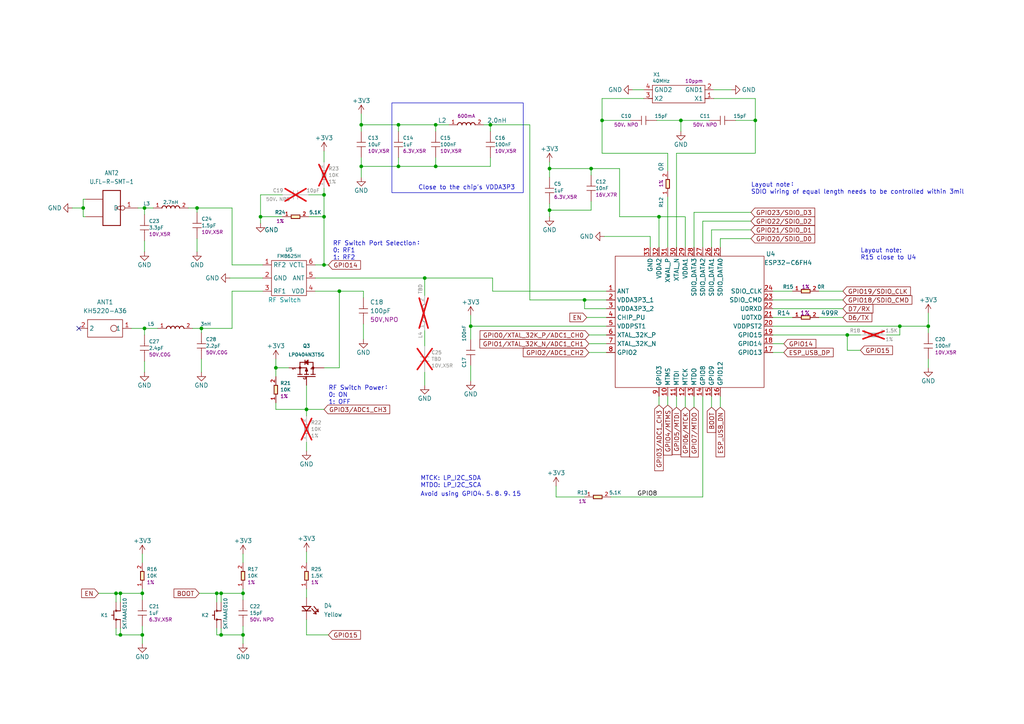
<source format=kicad_sch>
(kicad_sch (version 20231120) (generator "eeschema") (generator_version "8.0")
  (paper "A4")
  (lib_symbols
    (symbol "Ic/_1"
      (property "Reference" "U" (at -5.08 6.35 0))
      (property "Value" "FM8625H" (at -1.27 0 0))
      (symbol "Ic/_1_1_1"
        (text "RF Switch" (at -1.27 -6.35 0) (effects (font (size 1.27 1.27))))
        (pin passive line (at -7.62 3.81 0) (length 2.54) (name "RF2") (number "1"))
        (pin passive line (at -7.62 0 0) (length 2.54) (name "GND") (number "2"))
        (pin passive line (at -7.62 -3.81 0) (length 2.54) (name "RF1") (number "3"))
        (pin passive line (at 7.62 -3.81 180) (length 2.54) (name "VDD") (number "4"))
        (pin passive line (at 7.62 0 180) (length 2.54) (name "ANT") (number "5"))
        (pin passive line (at 7.62 3.81 180) (length 2.54) (name "VCTL") (number "6"))
      )
    )
    (symbol "P & G:+3V3" (power) (pin_names (offset 0))
      (property "Value" "+3V3" (at 0 3.556 0))
      (symbol "+3V3_1_1"
        (pin power_in line (at 0 0 90) (length 0) hide (name "+3V3") (number "1"))
      )
    )
    (symbol "P & G:GND" (power) (pin_names (offset 0))
      (property "Value" "GND" (at 0 -3.81 0))
      (symbol "GND_1_1"
        (pin power_in line (at 0 0 270) (length 0) hide (name "GND") (number "1"))
      )
    )
    (symbol "Seeed_libadl:Capacitors/302010053" (pin_numbers hide) (pin_names hide)
      (property "Reference" "C" (at 3.175 0 0))
      (property "Value" "10uF" (at 5.715 -1.905 0))
      (property "Voltage Rating" "6.3V,X5R" (at 0 0 0))
      (symbol "Capacitors/302010053_1_1"
        (pin passive line (at 0 3.81 270) (length 2.54) (name "1") (number "1"))
        (pin passive line (at 0 -3.81 90) (length 2.54) (name "2") (number "2"))
      )
    )
    (symbol "Seeed_libadl:Capacitors/302010270" (pin_numbers hide) (pin_names hide)
      (property "Reference" "C" (at 3.175 0 0))
      (property "Value" "1uF" (at 5.715 -1.905 0))
      (property "Voltage Rating" "6.3V,X5R" (at 0 0 0))
      (symbol "Capacitors/302010270_1_1"
        (pin passive line (at 0 3.81 270) (length 2.54) (name "1") (number "1"))
        (pin passive line (at 0 -3.81 90) (length 2.54) (name "2") (number "2"))
      )
    )
    (symbol "Seeed_libadl:Capacitors/302010271" (pin_numbers hide) (pin_names hide)
      (property "Reference" "C" (at 3.175 0 0))
      (property "Value" "100nF" (at 5.715 -1.905 0))
      (property "Voltage Rating" "10V,X5R" (at 0 0 0))
      (symbol "Capacitors/302010271_1_1"
        (pin passive line (at 0 3.81 270) (length 2.54) (name "1") (number "1"))
        (pin passive line (at 0 -3.81 90) (length 2.54) (name "2") (number "2"))
      )
    )
    (symbol "Seeed_libadl:Capacitors/302010367" (pin_numbers hide) (pin_names hide)
      (property "Reference" "C" (at 3.175 0 0))
      (property "Value" "10pF" (at 5.715 -1.905 0))
      (property "Voltage Rating" "50V，NPO" (at 0 0 0))
      (symbol "Capacitors/302010367_1_1"
        (pin passive line (at 0 3.81 270) (length 2.54) (name "1") (number "1"))
        (pin passive line (at 0 -3.81 90) (length 2.54) (name "2") (number "2"))
      )
    )
    (symbol "Seeed_libadl:Capacitors/302010420" (pin_numbers hide) (pin_names hide)
      (property "Reference" "C" (at 3.175 0 0))
      (property "Value" "100pF" (at 5.715 -1.905 0))
      (property "Voltage Rating" "50V,NPO" (at 0 0 0))
      (symbol "Capacitors/302010420_1_1"
        (pin passive line (at 0 3.81 270) (length 2.54) (name "1") (number "1"))
        (pin passive line (at 0 -3.81 90) (length 2.54) (name "2") (number "2"))
      )
    )
    (symbol "Seeed_libadl:Capacitors/302010431" (pin_numbers hide) (pin_names hide)
      (property "Reference" "C" (at 3.175 0 0))
      (property "Value" "10nF" (at 5.715 -1.905 0))
      (property "Voltage Rating" "16V,X7R" (at 0 0 0))
      (symbol "Capacitors/302010431_1_1"
        (pin passive line (at 0 3.81 270) (length 2.54) (name "1") (number "1"))
        (pin passive line (at 0 -3.81 90) (length 2.54) (name "2") (number "2"))
      )
    )
    (symbol "Seeed_libadl:Connector/320111077"
      (property "Reference" "ANT" (at -2.54 6.35 0))
      (property "Value" "U.FL-R-SMT-1" (at -2.54 5.08 0))
      (symbol "Connector/320111077_1_0"
        (pin passive inverted_clock (at -7.62 0 0) (length 5.08) (name "D") (number "1"))
        (pin passive line (at 7.62 2.54 180) (length 5.08) (name "GND1") (number "2"))
        (pin passive line (at 7.62 -2.54 180) (length 5.08) (name "GND2") (number "3"))
      )
    )
    (symbol "Seeed_libadl:Diode/304090746"
      (property "Reference" "D" (at -2.032 1.016 0))
      (property "Value" "Yellow" (at 1.397 0.889 0))
      (symbol "Diode/304090746_1_0"
        (pin passive line (at -2.54 0 0) (length 2.54) (name "+") (number "1"))
        (pin passive line (at 3.81 0 180) (length 2.54) (name "-") (number "2"))
      )
    )
    (symbol "Seeed_libadl:Ic/"
      (property "Reference" "U" (at -30.48 22.86 0))
      (property "Value" "ESP32-C6FH4" (at -22.86 20.32 0))
      (symbol "Ic/_1_0"
        (pin passive line (at -10.16 20.32 270) (length 2.54) (name "GND") (number "33"))
      )
      (symbol "Ic/_1_1"
        (pin passive line (at -22.86 7.62 0) (length 2.54) (name "ANT") (number "1"))
        (pin passive line (at -5.08 -22.86 90) (length 2.54) (name "MTMS") (number "10"))
        (pin passive line (at -2.54 -22.86 90) (length 2.54) (name "MTDI") (number "11"))
        (pin passive line (at 0 -22.86 90) (length 2.54) (name "MTCK") (number "12"))
        (pin passive line (at 2.54 -22.86 90) (length 2.54) (name "MTDO") (number "13"))
        (pin passive line (at 5.08 -22.86 90) (length 2.54) (name "GPIO8") (number "14"))
        (pin passive line (at 7.62 -22.86 90) (length 2.54) (name "GPIO9") (number "15"))
        (pin passive line (at 10.16 -22.86 90) (length 2.54) (name "GPIO12") (number "16"))
        (pin passive line (at 25.4 -10.16 180) (length 2.54) (name "GPIO13") (number "17"))
        (pin passive line (at 25.4 -7.62 180) (length 2.54) (name "GPIO14") (number "18"))
        (pin passive line (at 25.4 -5.08 180) (length 2.54) (name "GPIO15") (number "19"))
        (pin passive line (at -22.86 5.08 0) (length 2.54) (name "VDDA3P3_1") (number "2"))
        (pin passive line (at 25.4 -2.54 180) (length 2.54) (name "VDDPST2") (number "20"))
        (pin passive line (at 25.4 0 180) (length 2.54) (name "U0TXD") (number "21"))
        (pin passive line (at 25.4 2.54 180) (length 2.54) (name "U0RXD") (number "22"))
        (pin passive line (at 25.4 5.08 180) (length 2.54) (name "SDIO_CMD") (number "23"))
        (pin passive line (at 25.4 7.62 180) (length 2.54) (name "SDIO_CLK") (number "24"))
        (pin passive line (at 10.16 20.32 270) (length 2.54) (name "SDIO_DATA0") (number "25"))
        (pin passive line (at 7.62 20.32 270) (length 2.54) (name "SDIO_DATA1") (number "26"))
        (pin passive line (at 5.08 20.32 270) (length 2.54) (name "SDIO_DATA2") (number "27"))
        (pin passive line (at 2.54 20.32 270) (length 2.54) (name "SDIO_DATA3") (number "28"))
        (pin passive line (at 0 20.32 270) (length 2.54) (name "VDDA1") (number "29"))
        (pin passive line (at -22.86 2.54 0) (length 2.54) (name "VDDA3P3_2") (number "3"))
        (pin passive line (at -2.54 20.32 270) (length 2.54) (name "XTAL_N") (number "30"))
        (pin passive line (at -5.08 20.32 270) (length 2.54) (name "XWAL_P") (number "31"))
        (pin passive line (at -7.62 20.32 270) (length 2.54) (name "VDDA2") (number "32"))
        (pin passive line (at -22.86 0 0) (length 2.54) (name "CHIP_PU") (number "4"))
        (pin passive line (at -22.86 -2.54 0) (length 2.54) (name "VDDPST1") (number "5"))
        (pin passive line (at -22.86 -5.08 0) (length 2.54) (name "XTAL_32K_P") (number "6"))
        (pin passive line (at -22.86 -7.62 0) (length 2.54) (name "XTAL_32K_N") (number "7"))
        (pin passive line (at -22.86 -10.16 0) (length 2.54) (name "GPIO2") (number "8"))
        (pin passive line (at -7.62 -22.86 90) (length 2.54) (name "GPIO3") (number "9"))
      )
    )
    (symbol "Seeed_libadl:Inductor/303010824" (pin_names (offset 1.016))
      (property "Reference" "L" (at -3.175 1.27 0))
      (property "Value" "1.5nH" (at 0 1.27 0))
      (property "Rating" "600mA" (at 0 0 0))
      (symbol "Inductor/303010824_0_0"
        (pin passive line (at -5.08 0 0) (length 2.54) (name "~") (number "1"))
        (pin passive line (at 5.08 0 180) (length 2.54) (name "~") (number "2"))
      )
    )
    (symbol "Seeed_libadl:Misc/ANT2P-SMD"
      (property "Reference" "ANT" (at -6.858 5.588 0))
      (property "Value" "RFANT5220110A2T" (at 0 3.81 0))
      (symbol "Misc/ANT2P-SMD_1_1"
        (pin passive line (at -7.62 0 0) (length 2.54) (name "1") (number "1"))
        (pin passive line (at 7.62 0 180) (length 2.54) (name "2") (number "2"))
      )
    )
    (symbol "Seeed_libadl:Mosfet/305031466"
      (property "Reference" "Q" (at -2.54 2.54 0))
      (property "Value" "LP0404N3T5G" (at 0 2.54 0))
      (symbol "Mosfet/305031466_1_0"
        (text "D" (at -0.635 2.2225 0) (effects (font (size 0.8128 0.6908)) (justify left bottom)))
        (text "G" (at -3.4925 0 0) (effects (font (size 0.8128 0.6908)) (justify left bottom)))
        (text "S" (at -0.635 -3.175 0) (effects (font (size 0.8128 0.6908)) (justify left bottom)))
        (pin passive line (at -5.08 0 0) (length 2.54) (name "G") (number "1"))
        (pin passive line (at 0 -5.08 90) (length 2.54) (name "S") (number "2"))
        (pin passive line (at 0 5.08 270) (length 2.54) (name "D") (number "3"))
      )
    )
    (symbol "Seeed_libadl:OSC & XTAL/306011365"
      (property "Reference" "X" (at -7.62 2.54 0))
      (property "Value" "40MHz" (at -1.905 2.54 0))
      (property "Rating" "10ppm" (at 0 0 0))
      (symbol "OSC & XTAL/306011365_1_0"
        (pin passive line (at -10.16 1.27 0) (length 2.54) (name "X1") (number "1"))
        (pin passive line (at -10.16 -1.27 0) (length 2.54) (name "GND1") (number "2"))
        (pin passive line (at 10.16 1.27 180) (length 2.54) (name "X2") (number "3"))
        (pin passive line (at 10.16 -1.27 180) (length 2.54) (name "GND2") (number "4"))
      )
    )
    (symbol "Seeed_libadl:Resistors/301010523" (pin_names (offset 1.016))
      (property "Reference" "R" (at -1.905 0.635 0))
      (property "Value" "1K" (at 0.635 0.635 0))
      (property "Power Rating" "1%" (at 0 0 0))
      (symbol "Resistors/301010523_0_0"
        (pin passive line (at -3.81 0 0) (length 2.54) (name "~") (number "1"))
        (pin passive line (at 3.81 0 180) (length 2.54) (name "~") (number "2"))
      )
    )
    (symbol "Seeed_libadl:Resistors/301010525" (pin_names (offset 1.016))
      (property "Reference" "R" (at -1.905 0.635 0))
      (property "Value" "0R" (at 0.635 0.635 0))
      (property "Power Rating" "1%" (at 0 0 0))
      (symbol "Resistors/301010525_0_0"
        (pin passive line (at -3.81 0 0) (length 2.54) (name "~") (number "1"))
        (pin passive line (at 3.81 0 180) (length 2.54) (name "~") (number "2"))
      )
    )
    (symbol "Seeed_libadl:Resistors/301010526" (pin_names (offset 1.016))
      (property "Reference" "R" (at -1.905 0.635 0))
      (property "Value" "10K" (at 0.635 0.635 0))
      (property "Power Rating" "1%" (at 0 0 0))
      (symbol "Resistors/301010526_0_0"
        (pin passive line (at -3.81 0 0) (length 2.54) (name "~") (number "1"))
        (pin passive line (at 3.81 0 180) (length 2.54) (name "~") (number "2"))
      )
    )
    (symbol "Seeed_libadl:Resistors/301010885" (pin_names (offset 1.016))
      (property "Reference" "R" (at -1.905 0.635 0))
      (property "Value" "5.1K" (at 0.635 0.635 0))
      (property "Power Rating" "1%" (at 0 0 0))
      (symbol "Resistors/301010885_0_0"
        (pin passive line (at -3.81 0 0) (length 2.54) (name "~") (number "1"))
        (pin passive line (at 3.81 0 180) (length 2.54) (name "~") (number "2"))
      )
    )
    (symbol "Seeed_libadl:Switch/311021459"
      (property "Reference" "K" (at -2.54 1.27 0))
      (property "Value" "SKTAAAE010" (at 0 1.27 0))
      (symbol "Switch/311021459_1_0"
        (pin passive line (at -3.81 0 0) (length 2.54) (name "A0") (number "1"))
        (pin passive line (at -3.81 -1.27 0) (length 2.54) (name "A1") (number "2"))
        (pin passive line (at 3.81 0 180) (length 2.54) (name "B0") (number "3"))
        (pin passive line (at 3.81 -1.27 180) (length 2.54) (name "B1") (number "4"))
      )
    )
  )
  (junction (at 41.91 95.25))
  (junction (at 88.9 118.745))
  (junction (at 126.365 48.26))
  (junction (at 33.655 172.085))
  (junction (at 245.745 97.155))
  (junction (at 98.425 84.455))
  (junction (at 70.485 184.15))
  (junction (at 104.775 36.195))
  (junction (at 115.57 36.195))
  (junction (at 197.485 34.925))
  (junction (at 126.365 36.195))
  (junction (at 62.865 172.085))
  (junction (at 159.385 60.96))
  (junction (at 123.19 80.645))
  (junction (at 104.775 48.26))
  (junction (at 191.135 62.865))
  (junction (at 57.15 60.325))
  (junction (at 269.24 94.615))
  (junction (at 75.565 62.865))
  (junction (at 58.42 95.25))
  (junction (at 41.275 184.15))
  (junction (at 93.98 56.515))
  (junction (at 64.135 184.15))
  (junction (at 219.075 34.925))
  (junction (at 159.385 48.895))
  (junction (at 41.275 172.085))
  (junction (at 64.135 172.085))
  (junction (at 174.625 34.925))
  (junction (at 93.98 62.865))
  (junction (at 93.98 76.835))
  (junction (at 136.525 94.615))
  (junction (at 80.01 106.68))
  (junction (at 169.545 86.995))
  (junction (at 115.57 48.26))
  (junction (at 34.925 172.085))
  (junction (at 260.985 94.615))
  (junction (at 24.13 60.325))
  (junction (at 41.91 60.325))
  (junction (at 171.45 48.895))
  (junction (at 142.24 36.195))
  (junction (at 34.925 184.15))
  (junction (at 70.485 172.085))
  (no_connect (at 22.86 95.25))
  (wire (pts (xy 33.655 172.085) (xy 34.925 172.085)))
  (wire (pts (xy 201.295 61.595) (xy 201.295 71.755)))
  (wire (pts (xy 88.9 128.27) (xy 88.9 130.81)))
  (wire (pts (xy 115.57 36.195) (xy 115.57 38.1)))
  (wire (pts (xy 245.745 101.6) (xy 245.745 97.155)))
  (wire (pts (xy 34.925 182.245) (xy 34.925 184.15)))
  (wire (pts (xy 88.9 160.02) (xy 88.9 163.195)))
  (wire (pts (xy 24.13 62.865) (xy 24.13 60.325)))
  (wire (pts (xy 67.31 76.835) (xy 67.31 60.325)))
  (wire (pts (xy 237.49 92.075) (xy 244.475 92.075)))
  (wire (pts (xy 179.705 48.895) (xy 171.45 48.895)))
  (wire (pts (xy 136.525 91.44) (xy 136.525 94.615)))
  (wire (pts (xy 58.42 104.14) (xy 58.42 107.95)))
  (wire (pts (xy 33.655 182.245) (xy 33.655 184.15)))
  (wire (pts (xy 193.675 44.45) (xy 193.675 49.53)))
  (wire (pts (xy 93.98 106.68) (xy 98.425 106.68)))
  (wire (pts (xy 64.135 172.085) (xy 64.135 174.625)))
  (wire (pts (xy 80.01 106.68) (xy 83.82 106.68)))
  (wire (pts (xy 177.165 144.145) (xy 203.835 144.145)))
  (wire (pts (xy 169.545 89.535) (xy 169.545 86.995)))
  (wire (pts (xy 34.925 184.15) (xy 41.275 184.15)))
  (wire (pts (xy 174.625 34.925) (xy 174.625 44.45)))
  (wire (pts (xy 93.98 56.515) (xy 93.98 62.865)))
  (wire (pts (xy 206.375 114.935) (xy 206.375 118.11)))
  (wire (pts (xy 175.895 89.535) (xy 169.545 89.535)))
  (wire (pts (xy 80.01 106.68) (xy 80.01 109.22)))
  (wire (pts (xy 174.625 28.575) (xy 174.625 34.925)))
  (wire (pts (xy 224.155 102.235) (xy 227.33 102.235)))
  (wire (pts (xy 186.69 28.575) (xy 174.625 28.575)))
  (wire (pts (xy 224.155 92.075) (xy 229.87 92.075)))
  (wire (pts (xy 91.44 84.455) (xy 98.425 84.455)))
  (wire (pts (xy 123.19 80.645) (xy 123.19 85.725)))
  (wire (pts (xy 170.815 97.155) (xy 175.895 97.155)))
  (wire (pts (xy 213.36 34.925) (xy 219.075 34.925)))
  (wire (pts (xy 41.91 95.25) (xy 41.91 97.155)))
  (wire (pts (xy 70.485 170.815) (xy 70.485 172.085)))
  (wire (pts (xy 140.335 36.195) (xy 142.24 36.195)))
  (wire (pts (xy 24.13 60.325) (xy 24.13 57.785)))
  (wire (pts (xy 123.19 95.885) (xy 123.19 100.33)))
  (wire (pts (xy 38.1 95.25) (xy 41.91 95.25)))
  (wire (pts (xy 197.485 34.925) (xy 197.485 38.1)))
  (wire (pts (xy 198.755 62.865) (xy 191.135 62.865)))
  (wire (pts (xy 88.9 184.15) (xy 95.25 184.15)))
  (wire (pts (xy 175.895 84.455) (xy 142.875 84.455)))
  (wire (pts (xy 70.485 172.085) (xy 70.485 173.99)))
  (wire (pts (xy 70.485 160.655) (xy 70.485 163.195)))
  (wire (pts (xy 136.525 94.615) (xy 136.525 98.425)))
  (wire (pts (xy 105.41 93.98) (xy 105.41 98.425)))
  (wire (pts (xy 224.155 84.455) (xy 229.87 84.455)))
  (wire (pts (xy 33.655 174.625) (xy 33.655 172.085)))
  (wire (pts (xy 237.49 84.455) (xy 244.475 84.455)))
  (wire (pts (xy 123.19 107.95) (xy 123.19 111.76)))
  (wire (pts (xy 115.57 48.26) (xy 126.365 48.26)))
  (wire (pts (xy 67.31 60.325) (xy 57.15 60.325)))
  (wire (pts (xy 58.42 95.25) (xy 58.42 96.52)))
  (wire (pts (xy 171.45 48.895) (xy 171.45 50.8)))
  (wire (pts (xy 80.01 116.84) (xy 80.01 118.745)))
  (wire (pts (xy 136.525 106.045) (xy 136.525 110.49)))
  (wire (pts (xy 174.625 34.925) (xy 182.88 34.925)))
  (wire (pts (xy 198.755 71.755) (xy 198.755 62.865)))
  (wire (pts (xy 80.01 118.745) (xy 88.9 118.745)))
  (wire (pts (xy 115.57 45.72) (xy 115.57 48.26)))
  (wire (pts (xy 93.98 54.61) (xy 93.98 56.515)))
  (wire (pts (xy 105.41 84.455) (xy 98.425 84.455)))
  (wire (pts (xy 171.45 48.895) (xy 159.385 48.895)))
  (wire (pts (xy 208.915 114.935) (xy 208.915 118.11)))
  (wire (pts (xy 219.075 28.575) (xy 219.075 34.925)))
  (wire (pts (xy 41.275 184.15) (xy 41.275 186.69)))
  (wire (pts (xy 201.295 114.935) (xy 201.295 118.11)))
  (wire (pts (xy 175.26 68.58) (xy 188.595 68.58)))
  (wire (pts (xy 203.835 64.135) (xy 217.805 64.135)))
  (wire (pts (xy 104.775 45.72) (xy 104.775 48.26)))
  (wire (pts (xy 57.785 172.085) (xy 62.865 172.085)))
  (wire (pts (xy 153.67 86.995) (xy 169.545 86.995)))
  (wire (pts (xy 81.915 56.515) (xy 75.565 56.515)))
  (wire (pts (xy 41.275 170.815) (xy 41.275 172.085)))
  (wire (pts (xy 269.24 90.805) (xy 269.24 94.615)))
  (wire (pts (xy 217.805 66.675) (xy 206.375 66.675)))
  (wire (pts (xy 89.535 62.865) (xy 93.98 62.865)))
  (wire (pts (xy 93.98 43.815) (xy 93.98 46.99)))
  (wire (pts (xy 70.485 181.61) (xy 70.485 184.15)))
  (wire (pts (xy 80.01 104.14) (xy 80.01 106.68)))
  (wire (pts (xy 260.985 97.155) (xy 260.985 94.615)))
  (wire (pts (xy 224.155 99.695) (xy 227.33 99.695)))
  (wire (pts (xy 193.675 57.15) (xy 193.675 71.755)))
  (wire (pts (xy 62.865 174.625) (xy 62.865 172.085)))
  (wire (pts (xy 41.91 60.325) (xy 44.45 60.325)))
  (wire (pts (xy 91.44 76.835) (xy 93.98 76.835)))
  (wire (pts (xy 88.9 179.705) (xy 88.9 184.15)))
  (wire (pts (xy 136.525 94.615) (xy 175.895 94.615)))
  (wire (pts (xy 55.88 95.25) (xy 58.42 95.25)))
  (wire (pts (xy 224.155 86.995) (xy 244.475 86.995)))
  (wire (pts (xy 126.365 36.195) (xy 130.175 36.195)))
  (wire (pts (xy 183.515 26.035) (xy 186.69 26.035)))
  (wire (pts (xy 41.275 181.61) (xy 41.275 184.15)))
  (wire (pts (xy 75.565 56.515) (xy 75.565 62.865)))
  (wire (pts (xy 34.925 184.15) (xy 33.655 184.15)))
  (wire (pts (xy 224.155 97.155) (xy 245.745 97.155)))
  (wire (pts (xy 159.385 59.055) (xy 159.385 60.96)))
  (wire (pts (xy 104.775 33.02) (xy 104.775 36.195)))
  (wire (pts (xy 88.9 118.745) (xy 88.9 120.65)))
  (wire (pts (xy 161.29 140.97) (xy 161.29 144.145)))
  (wire (pts (xy 206.375 66.675) (xy 206.375 71.755)))
  (wire (pts (xy 159.385 60.96) (xy 159.385 62.865)))
  (wire (pts (xy 123.19 80.645) (xy 142.875 80.645)))
  (wire (pts (xy 41.91 95.25) (xy 45.72 95.25)))
  (wire (pts (xy 224.155 94.615) (xy 260.985 94.615)))
  (wire (pts (xy 269.24 94.615) (xy 269.24 96.52)))
  (wire (pts (xy 171.45 60.96) (xy 159.385 60.96)))
  (wire (pts (xy 54.61 60.325) (xy 57.15 60.325)))
  (wire (pts (xy 81.915 62.865) (xy 75.565 62.865)))
  (wire (pts (xy 179.705 62.865) (xy 179.705 48.895)))
  (wire (pts (xy 191.135 62.865) (xy 179.705 62.865)))
  (wire (pts (xy 224.155 89.535) (xy 244.475 89.535)))
  (wire (pts (xy 142.24 36.195) (xy 142.24 38.1)))
  (wire (pts (xy 208.915 69.215) (xy 208.915 71.755)))
  (wire (pts (xy 24.13 57.785) (xy 24.765 57.785)))
  (wire (pts (xy 196.215 114.935) (xy 196.215 118.11)))
  (wire (pts (xy 249.555 101.6) (xy 245.745 101.6)))
  (wire (pts (xy 75.565 62.865) (xy 75.565 64.77)))
  (wire (pts (xy 159.385 46.99) (xy 159.385 48.895)))
  (wire (pts (xy 190.5 34.925) (xy 197.485 34.925)))
  (wire (pts (xy 62.865 182.245) (xy 62.865 184.15)))
  (wire (pts (xy 170.815 102.235) (xy 175.895 102.235)))
  (wire (pts (xy 34.925 172.085) (xy 41.275 172.085)))
  (wire (pts (xy 41.275 160.655) (xy 41.275 163.195)))
  (wire (pts (xy 196.215 44.45) (xy 196.215 71.755)))
  (wire (pts (xy 64.135 172.085) (xy 70.485 172.085)))
  (wire (pts (xy 104.775 48.26) (xy 115.57 48.26)))
  (wire (pts (xy 98.425 84.455) (xy 98.425 106.68)))
  (wire (pts (xy 66.675 80.645) (xy 76.2 80.645)))
  (wire (pts (xy 219.075 34.925) (xy 219.075 44.45)))
  (wire (pts (xy 142.875 84.455) (xy 142.875 80.645)))
  (wire (pts (xy 104.775 36.195) (xy 115.57 36.195)))
  (wire (pts (xy 207.01 28.575) (xy 219.075 28.575)))
  (wire (pts (xy 105.41 84.455) (xy 105.41 86.36)))
  (wire (pts (xy 126.365 45.72) (xy 126.365 48.26)))
  (wire (pts (xy 257.175 97.155) (xy 260.985 97.155)))
  (wire (pts (xy 20.955 60.325) (xy 24.13 60.325)))
  (wire (pts (xy 64.135 182.245) (xy 64.135 184.15)))
  (wire (pts (xy 171.45 58.42) (xy 171.45 60.96)))
  (wire (pts (xy 64.135 184.15) (xy 62.865 184.15)))
  (wire (pts (xy 142.24 45.72) (xy 142.24 48.26)))
  (wire (pts (xy 67.31 84.455) (xy 76.2 84.455)))
  (wire (pts (xy 62.865 172.085) (xy 64.135 172.085)))
  (wire (pts (xy 70.485 184.15) (xy 70.485 186.69)))
  (wire (pts (xy 207.01 26.035) (xy 212.09 26.035)))
  (wire (pts (xy 159.385 48.895) (xy 159.385 51.435)))
  (wire (pts (xy 57.15 69.215) (xy 57.15 73.025)))
  (wire (pts (xy 88.9 170.815) (xy 88.9 173.355)))
  (wire (pts (xy 40.005 60.325) (xy 41.91 60.325)))
  (wire (pts (xy 104.775 36.195) (xy 104.775 38.1)))
  (wire (pts (xy 115.57 36.195) (xy 126.365 36.195)))
  (wire (pts (xy 57.15 60.325) (xy 57.15 61.595)))
  (wire (pts (xy 169.545 86.995) (xy 175.895 86.995)))
  (wire (pts (xy 191.135 62.865) (xy 191.135 71.755)))
  (wire (pts (xy 197.485 34.925) (xy 205.74 34.925)))
  (wire (pts (xy 28.575 172.085) (xy 33.655 172.085)))
  (wire (pts (xy 67.31 84.455) (xy 67.31 95.25)))
  (wire (pts (xy 170.18 92.075) (xy 175.895 92.075)))
  (wire (pts (xy 64.135 184.15) (xy 70.485 184.15)))
  (wire (pts (xy 245.745 97.155) (xy 249.555 97.155)))
  (wire (pts (xy 219.075 44.45) (xy 196.215 44.45)))
  (wire (pts (xy 88.9 118.745) (xy 93.98 118.745)))
  (wire (pts (xy 104.775 48.26) (xy 104.775 51.435)))
  (wire (pts (xy 41.91 69.85) (xy 41.91 73.025)))
  (wire (pts (xy 126.365 36.195) (xy 126.365 38.1)))
  (wire (pts (xy 93.98 76.835) (xy 95.25 76.835)))
  (wire (pts (xy 193.675 114.935) (xy 193.675 117.475)))
  (wire (pts (xy 170.815 99.695) (xy 175.895 99.695)))
  (wire (pts (xy 153.67 36.195) (xy 153.67 86.995)))
  (wire (pts (xy 260.985 94.615) (xy 269.24 94.615)))
  (wire (pts (xy 67.31 95.25) (xy 58.42 95.25)))
  (wire (pts (xy 142.24 36.195) (xy 153.67 36.195)))
  (wire (pts (xy 174.625 44.45) (xy 193.675 44.45)))
  (wire (pts (xy 217.805 61.595) (xy 201.295 61.595)))
  (wire (pts (xy 142.24 48.26) (xy 126.365 48.26)))
  (wire (pts (xy 41.91 104.775) (xy 41.91 107.95)))
  (wire (pts (xy 34.925 172.085) (xy 34.925 174.625)))
  (wire (pts (xy 161.29 144.145) (xy 169.545 144.145)))
  (wire (pts (xy 88.9 118.745) (xy 88.9 111.76)))
  (wire (pts (xy 93.98 62.865) (xy 93.98 76.835)))
  (wire (pts (xy 203.835 71.755) (xy 203.835 64.135)))
  (wire (pts (xy 203.835 144.145) (xy 203.835 114.935)))
  (wire (pts (xy 89.535 56.515) (xy 93.98 56.515)))
  (wire (pts (xy 191.135 114.935) (xy 191.135 117.475)))
  (wire (pts (xy 76.2 76.835) (xy 67.31 76.835)))
  (wire (pts (xy 91.44 80.645) (xy 123.19 80.645)))
  (wire (pts (xy 24.765 62.865) (xy 24.13 62.865)))
  (wire (pts (xy 217.805 69.215) (xy 208.915 69.215)))
  (wire (pts (xy 41.91 60.325) (xy 41.91 62.23)))
  (wire (pts (xy 188.595 68.58) (xy 188.595 71.755)))
  (wire (pts (xy 269.24 104.14) (xy 269.24 106.68)))
  (wire (pts (xy 198.755 114.935) (xy 198.755 118.11)))
  (wire (pts (xy 41.275 172.085) (xy 41.275 173.99)))
  (rectangle (start 113.665 29.845) (end 151.765 55.88))
  (text "Avoid using GPIO4、5、8、9、15" (at 121.92 144.145 0) (effects (font (size 1.27 1.27)) (justify left bottom)))
  (text "RF Switch Power：\n0: ON\n1: OFF" (at 95.25 117.475 0) (effects (font (size 1.27 1.27)) (justify left bottom)))
  (text "Layout note:\nR15 close to U4" (at 249.555 75.565 0) (effects (font (size 1.27 1.27)) (justify left bottom)))
  (text "Close to the chip's VDDA3P3" (at 121.285 55.245 0) (effects (font (size 1.27 1.27)) (justify left bottom)))
  (text "Layout note：\nSDIO wiring of equal length needs to be controlled within 3mil" (at 217.805 56.515 0) (effects (font (size 1.27 1.27)) (justify left bottom)))
  (text "RF Switch Port Selection：\n0: RF1\n1: RF2" (at 96.52 75.565 0) (effects (font (size 1.27 1.27)) (justify left bottom)))
  (text "MTCK: LP_I2C_SDA\nMTDO: LP_I2C_SCA" (at 121.92 141.605 0) (effects (font (size 1.27 1.27)) (justify left bottom)))
  (label "GPIO8" (at 184.785 144.145 0))
  (global_label "GPIO23{slash}SDIO_D3" (shape input) (at 217.805 61.595 0) (property "Intersheetrefs" "${INTERSHEET_REFS}" (effects (hide yes))))
  (global_label "BOOT" (shape input) (at 206.375 118.11 270) (property "Intersheetrefs" "${INTERSHEET_REFS}" (effects (hide yes))))
  (global_label "BOOT" (shape input) (at 57.785 172.085 180) (property "Intersheetrefs" "${INTERSHEET_REFS}" (effects (hide yes))))
  (global_label "GPIO3{slash}ADC1_CH3" (shape input) (at 93.98 118.745 0) (property "Intersheetrefs" "${INTERSHEET_REFS}" (effects (hide yes))))
  (global_label "D7{slash}RX" (shape input) (at 244.475 89.535 0) (property "Intersheetrefs" "${INTERSHEET_REFS}" (effects (hide yes))))
  (global_label "GPIO3{slash}ADC1_CH3" (shape input) (at 191.135 117.475 270) (property "Intersheetrefs" "${INTERSHEET_REFS}" (effects (hide yes))))
  (global_label "GPIO4{slash}MTMS" (shape input) (at 193.675 117.475 270) (property "Intersheetrefs" "${INTERSHEET_REFS}" (effects (hide yes))))
  (global_label "GPIO0{slash}XTAL_32K_P{slash}ADC1_CH0" (shape input) (at 170.815 97.155 180) (property "Intersheetrefs" "${INTERSHEET_REFS}" (effects (hide yes))))
  (global_label "ESP_USB_DP" (shape input) (at 227.33 102.235 0) (property "Intersheetrefs" "${INTERSHEET_REFS}" (effects (hide yes))))
  (global_label "GPIO14" (shape input) (at 95.25 76.835 0) (property "Intersheetrefs" "${INTERSHEET_REFS}" (effects (hide yes))))
  (global_label "D6{slash}TX" (shape input) (at 244.475 92.075 0) (property "Intersheetrefs" "${INTERSHEET_REFS}" (effects (hide yes))))
  (global_label "EN" (shape input) (at 170.18 92.075 180) (property "Intersheetrefs" "${INTERSHEET_REFS}" (effects (hide yes))))
  (global_label "GPIO7{slash}MTDO" (shape input) (at 201.295 118.11 270) (property "Intersheetrefs" "${INTERSHEET_REFS}" (effects (hide yes))))
  (global_label "GPIO18{slash}SDIO_CMD" (shape input) (at 244.475 86.995 0) (property "Intersheetrefs" "${INTERSHEET_REFS}" (effects (hide yes))))
  (global_label "GPIO1{slash}XTAL_32K_N{slash}ADC1_CH1" (shape input) (at 170.815 99.695 180) (property "Intersheetrefs" "${INTERSHEET_REFS}" (effects (hide yes))))
  (global_label "GPIO22{slash}SDIO_D2" (shape input) (at 217.805 64.135 0) (property "Intersheetrefs" "${INTERSHEET_REFS}" (effects (hide yes))))
  (global_label "GPIO5{slash}MTDI" (shape input) (at 196.215 118.11 270) (property "Intersheetrefs" "${INTERSHEET_REFS}" (effects (hide yes))))
  (global_label "GPIO15" (shape input) (at 95.25 184.15 0) (property "Intersheetrefs" "${INTERSHEET_REFS}" (effects (hide yes))))
  (global_label "ESP_USB_DN" (shape input) (at 208.915 118.11 270) (property "Intersheetrefs" "${INTERSHEET_REFS}" (effects (hide yes))))
  (global_label "GPIO14" (shape input) (at 227.33 99.695 0) (property "Intersheetrefs" "${INTERSHEET_REFS}" (effects (hide yes))))
  (global_label "EN" (shape input) (at 28.575 172.085 180) (property "Intersheetrefs" "${INTERSHEET_REFS}" (effects (hide yes))))
  (global_label "GPIO21{slash}SDIO_D1" (shape input) (at 217.805 66.675 0) (property "Intersheetrefs" "${INTERSHEET_REFS}" (effects (hide yes))))
  (global_label "GPIO2{slash}ADC1_CH2" (shape input) (at 170.815 102.235 180) (property "Intersheetrefs" "${INTERSHEET_REFS}" (effects (hide yes))))
  (global_label "GPIO20{slash}SDIO_D0" (shape input) (at 217.805 69.215 0) (property "Intersheetrefs" "${INTERSHEET_REFS}" (effects (hide yes))))
  (global_label "GPIO19{slash}SDIO_CLK" (shape input) (at 244.475 84.455 0) (property "Intersheetrefs" "${INTERSHEET_REFS}" (effects (hide yes))))
  (global_label "GPIO6{slash}MTCK" (shape input) (at 198.755 118.11 270) (property "Intersheetrefs" "${INTERSHEET_REFS}" (effects (hide yes))))
  (global_label "GPIO15" (shape input) (at 249.555 101.6 0) (property "Intersheetrefs" "${INTERSHEET_REFS}" (effects (hide yes))))
  (symbol (lib_id "Seeed_libadl:Resistors/301010523") (at 253.365 97.155 0) (unit 1) (dnp yes)
    (property "Reference" "R18" (at 249.555 95.885 0) (effects (font (size 1 1)) (justify right)))
    (property "Value" "1.5K" (at 260.35 95.885 0) (effects (font (size 1 1)) (justify right)))
    (property "Footprint" "Resistor:R0201" (effects (hide yes)))
    (property "Manufacturer" "YAGEO" (effects (hide yes)))
    (property "MPN" "RC0201FR-071K5L" (effects (hide yes)))
    (property "SKU" "301010522" (effects (hide yes)))
    (property "Resistance" "1K" (effects (hide yes)))
    (property "Part Type" "RES" (effects (hide yes)))
    (property "Power Rating" "1%" (at 259.08 98.425 0) (effects (font (size 1 1)) (justify right)))
    (property "Status" "ST" (effects (hide yes)))
    (property "Temperature" "-55°C to 125°C" (effects (hide yes)))
  )
  (symbol (lib_id "P & G:GND") (at 88.9 130.81 0) (unit 1)
    (property "Reference" "#PWR021" (effects (hide yes)))
    (property "Value" "GND" (at 88.9 134.62 0))
    (instances (project "XIAO_CV1812C_Rev1.0" (path "" (reference "#PWR021") (unit 1)) (path "" (reference "#PWR059") (unit 1))) (project "XIAO ESP32 C6" (path "" (reference "#PWR049") (unit 1))))
  )
  (symbol (lib_id "Seeed_libadl:Capacitors/302010053") (at 104.775 41.91 0) (unit 1)
    (property "Reference" "C13" (at 106.68 40.0051 0) (effects (font (size 1 1)) (justify left)))
    (property "Value" "10uF" (at 106.68 41.91 0) (effects (font (size 1 1)) (justify left)))
    (property "Footprint" "Capacitor:C0402" (effects (hide yes)))
    (property "Manufacturer" "YAGEO" (effects (hide yes)))
    (property "MPN" "CC0402MRX5R6BB106" (effects (hide yes)))
    (property "SKU" "302010519" (effects (hide yes)))
    (property "Part Type" "Ceramic" (effects (hide yes)))
    (property "Voltage Rating" "10V,X5R" (at 106.68 43.8151 0) (effects (font (size 1 1)) (justify left)))
    (property "Status" "ST" (effects (hide yes)))
    (property "Temperature" "-55°C to 85°C" (effects (hide yes)))
  )
  (symbol (lib_id "P & G:+3V3") (at 161.29 140.97 0) (unit 1)
    (property "Reference" "#PWR08" (effects (hide yes)))
    (property "Value" "+3V3" (at 161.29 137.16 0))
    (instances (project "XIAO_CV1812C_Rev1.0" (path "" (reference "#PWR08") (unit 1)) (path "" (reference "#PWR013") (unit 1)) (path "" (reference "#PWR08") (unit 1)) (path "" (reference "#PWR066") (unit 1))) (project "XIAO ESP32 C6" (path "" (reference "#PWR028") (unit 1))))
  )
  (symbol (lib_id "Seeed_libadl:Inductor/303010824") (at 123.19 90.805 90) (unit 1) (dnp yes)
    (property "Reference" "L4" (at 121.92 97.155 0) (effects (font (size 1 1))))
    (property "Value" "TBD" (at 121.92 83.82 0) (effects (font (size 1 1))))
    (property "Footprint" "Inductor:L0201" (effects (hide yes)))
    (property "Manufacturer" "Murata" (effects (hide yes)))
    (property "Part Type" "L" (effects (hide yes)))
    (property "Status" "Tracker" (effects (hide yes)))
    (property "Temperature" "-55°C to 125°C" (effects (hide yes)))
  )
  (symbol (lib_id "Seeed_libadl:Diode/304090746") (at 88.9 175.895 270) (unit 1)
    (property "Reference" "D4" (at 93.98 175.7044 90) (effects (font (size 1.27 1.0795)) (justify left)))
    (property "Value" "Yellow" (at 93.98 178.2444 90) (effects (font (size 1.27 1.0795)) (justify left)))
    (property "Footprint" "Diode:LED-0402" (effects (hide yes)))
    (property "Manufacturer" "Everlight" (effects (hide yes)))
    (property "MPN" "16-213/Y2C-AN2Q1B/3T" (effects (hide yes)))
    (property "SKU" "304090746" (effects (hide yes)))
    (property "Part Type" "LED" (effects (hide yes)))
    (property "Status" "ST_AI_CAMERA" (effects (hide yes)))
  )
  (symbol (lib_id "P & G:GND") (at 41.91 73.025 0) (unit 1)
    (property "Reference" "#PWR021" (effects (hide yes)))
    (property "Value" "GND" (at 41.91 76.835 0))
    (instances (project "XIAO_CV1812C_Rev1.0" (path "" (reference "#PWR021") (unit 1)) (path "" (reference "#PWR059") (unit 1))) (project "XIAO ESP32 C6" (path "" (reference "#PWR040") (unit 1))))
  )
  (symbol (lib_id "P & G:+3V3") (at 88.9 160.02 0) (unit 1)
    (property "Reference" "#PWR08" (effects (hide yes)))
    (property "Value" "+3V3" (at 88.9 156.21 0))
    (instances (project "XIAO_CV1812C_Rev1.0" (path "" (reference "#PWR08") (unit 1)) (path "" (reference "#PWR013") (unit 1)) (path "" (reference "#PWR08") (unit 1)) (path "" (reference "#PWR066") (unit 1))) (project "XIAO ESP32 C6" (path "" (reference "#PWR046") (unit 1))))
  )
  (symbol (lib_id "Seeed_libadl:Inductor/303010824") (at 135.255 36.195 0) (unit 1)
    (property "Reference" "L2" (at 128.27 34.925 0))
    (property "Value" "2.0nH" (at 144.145 34.925 0))
    (property "Footprint" "Inductor:L0201" (effects (hide yes)))
    (property "Manufacturer" "Murata" (effects (hide yes)))
    (property "MPN" "LQP03HQ2N0B02D" (effects (hide yes)))
    (property "SKU" "303011753" (effects (hide yes)))
    (property "Part Type" "L" (effects (hide yes)))
    (property "Rating" "600mA" (at 135.255 33.655 0) (effects (font (size 1 1))))
    (property "Status" "Tracker" (effects (hide yes)))
    (property "Temperature" "-55°C to 125°C" (effects (hide yes)))
  )
  (symbol (lib_id "Seeed_libadl:Resistors/301010525") (at 233.68 84.455 0) (unit 1)
    (property "Reference" "R15" (at 228.6 83.185 0) (effects (font (size 1 1))))
    (property "Value" "0R" (at 238.125 83.185 0) (effects (font (size 1 1))))
    (property "Footprint" "Resistor:R0201" (effects (hide yes)))
    (property "Manufacturer" "YAGEO" (effects (hide yes)))
    (property "MPN" "RC0201FR-070RL" (effects (hide yes)))
    (property "SKU" "301010525" (effects (hide yes)))
    (property "Resistance" "0R" (effects (hide yes)))
    (property "Part Type" "RES" (effects (hide yes)))
    (property "Power Rating" "1%" (at 233.68 83.185 0) (effects (font (size 1 1))))
    (property "Status" "BeagleBone AI TDA4VM" (effects (hide yes)))
    (property "Temperature" "-55°C to 125°C" (effects (hide yes)))
  )
  (symbol (lib_id "Seeed_libadl:Switch/311021459") (at 33.655 178.435 90) (unit 1)
    (property "Reference" "K1" (at 29.21 178.435 90) (effects (font (size 1 1)) (justify right)))
    (property "Value" "SKTAAAE010" (at 36.195 173.355 0) (effects (font (size 1 1)) (justify right)))
    (property "Footprint" "Switch:SW4-SMD-2.8-2.6X1.6X0.53MM" (effects (hide yes)))
    (property "Manufacturer" "ALPSALPINE" (effects (hide yes)))
    (property "MPN" "SKTAAAE010" (effects (hide yes)))
    (property "SKU" "311021459" (effects (hide yes)))
    (property "Part Type" "Button" (effects (hide yes)))
    (property "Temperature" "-30°C to 85°C" (effects (hide yes)))
  )
  (symbol (lib_id "P & G:+3V3") (at 136.525 91.44 0) (unit 1)
    (property "Reference" "#PWR08" (effects (hide yes)))
    (property "Value" "+3V3" (at 136.525 87.63 0))
    (instances (project "XIAO_CV1812C_Rev1.0" (path "" (reference "#PWR08") (unit 1)) (path "" (reference "#PWR013") (unit 1)) (path "" (reference "#PWR08") (unit 1)) (path "" (reference "#PWR066") (unit 1))) (project "XIAO ESP32 C6" (path "" (reference "#PWR027") (unit 1))))
  )
  (symbol (lib_id "Seeed_libadl:Capacitors/302010270") (at 115.57 41.91 0) (unit 1)
    (property "Reference" "C14" (at 116.84 40.005 0) (effects (font (size 1 1)) (justify left)))
    (property "Value" "1uF" (at 116.84 41.91 0) (effects (font (size 1 1)) (justify left)))
    (property "Footprint" "Capacitor:C0201" (effects (hide yes)))
    (property "Manufacturer" "YAGEO" (effects (hide yes)))
    (property "MPN" "CC0201MRX5R5BB105" (effects (hide yes)))
    (property "SKU" "302010270" (effects (hide yes)))
    (property "Part Type" "Ceramic" (effects (hide yes)))
    (property "Voltage Rating" "6.3V,X5R" (at 116.84 43.815 0) (effects (font (size 1 1)) (justify left)))
    (property "Status" "ODYSSEY-i.MX8M" (effects (hide yes)))
    (property "Temperature" "-55°C to 85°C" (effects (hide yes)))
  )
  (symbol (lib_id "Seeed_libadl:Resistors/301010526") (at 41.275 167.005 90) (unit 1)
    (property "Reference" "R16" (at 42.545 165.1 90) (effects (font (size 1 1)) (justify right)))
    (property "Value" "10K" (at 42.545 167.0049 90) (effects (font (size 1 1)) (justify right)))
    (property "Footprint" "Resistor:R0201" (effects (hide yes)))
    (property "Manufacturer" "YAGEO" (effects (hide yes)))
    (property "MPN" "RC0201FR-0710KL" (effects (hide yes)))
    (property "SKU" "301010526" (effects (hide yes)))
    (property "Resistance" "10K" (effects (hide yes)))
    (property "Part Type" "RES" (effects (hide yes)))
    (property "Power Rating" "1%" (at 42.545 168.91 90) (effects (font (size 1 1)) (justify right)))
    (property "Status" "BeagleBone AI TDA4VM" (effects (hide yes)))
    (property "Temperature" "-55°C to 125°C" (effects (hide yes)))
  )
  (symbol (lib_id "P & G:GND") (at 105.41 98.425 0) (unit 1)
    (property "Reference" "#PWR021" (effects (hide yes)))
    (property "Value" "GND" (at 105.41 102.235 0))
    (instances (project "XIAO_CV1812C_Rev1.0" (path "" (reference "#PWR021") (unit 1)) (path "" (reference "#PWR059") (unit 1))) (project "XIAO ESP32 C6" (path "" (reference "#PWR044") (unit 1))))
  )
  (symbol (lib_id "Seeed_libadl:Capacitors/302010271") (at 136.525 102.235 0) (unit 1)
    (property "Reference" "C17" (at 134.62 106.68 90) (effects (font (size 1 1)) (justify left)))
    (property "Value" "100nF" (at 134.62 99.06 90) (effects (font (size 1 1)) (justify left)))
    (property "Footprint" "Capacitor:C0201" (effects (hide yes)))
    (property "Manufacturer" "YAGEO" (effects (hide yes)))
    (property "MPN" "CC0201KRX5R6BB104" (effects (hide yes)))
    (property "SKU" "302010271" (effects (hide yes)))
    (property "Part Type" "Ceramic" (effects (hide yes)))
    (property "Voltage Rating" "10V,X5R" (effects (hide yes)))
    (property "Status" "ODYSSEY-i.MX8M" (effects (hide yes)))
    (property "Temperature" "-55°C to 85°C" (effects (hide yes)))
  )
  (symbol (lib_id "Seeed_libadl:Capacitors/302010367") (at 70.485 177.8 0) (unit 1)
    (property "Reference" "C22" (at 72.39 175.8951 0) (effects (font (size 1 1)) (justify left)))
    (property "Value" "15pF" (at 72.39 177.8 0) (effects (font (size 1 1)) (justify left)))
    (property "Footprint" "Capacitor:C0201" (effects (hide yes)))
    (property "Manufacturer" "YAGEO" (effects (hide yes)))
    (property "MPN" "CC0201JRNPO9BN150" (effects (hide yes)))
    (property "SKU" "302013320" (effects (hide yes)))
    (property "Part Type" "Ceramic" (effects (hide yes)))
    (property "Voltage Rating" "50V，NPO" (at 72.39 179.7051 0) (effects (font (size 1 1)) (justify left)))
    (property "Status" "TRACKER" (effects (hide yes)))
    (property "Temperature" "-55℃ to 125℃" (effects (hide yes)))
  )
  (symbol (lib_id "P & G:GND") (at 41.91 107.95 0) (unit 1)
    (property "Reference" "#PWR021" (effects (hide yes)))
    (property "Value" "GND" (at 41.91 111.76 0))
    (instances (project "XIAO_CV1812C_Rev1.0" (path "" (reference "#PWR021") (unit 1)) (path "" (reference "#PWR059") (unit 1))) (project "XIAO ESP32 C6" (path "" (reference "#PWR047") (unit 1))))
  )
  (symbol (lib_id "P & G:+3V3") (at 159.385 46.99 0) (unit 1)
    (property "Reference" "#PWR08" (effects (hide yes)))
    (property "Value" "+3V3" (at 159.385 43.18 0))
    (instances (project "XIAO_CV1812C_Rev1.0" (path "" (reference "#PWR08") (unit 1)) (path "" (reference "#PWR013") (unit 1)) (path "" (reference "#PWR08") (unit 1)) (path "" (reference "#PWR066") (unit 1))) (project "XIAO ESP32 C6" (path "" (reference "#PWR022") (unit 1))))
  )
  (symbol (lib_id "P & G:GND") (at 183.515 26.035 270) (unit 1)
    (property "Reference" "#PWR021" (effects (hide yes)))
    (property "Value" "GND" (at 178.435 26.035 90))
    (instances (project "XIAO_CV1812C_Rev1.0" (path "" (reference "#PWR021") (unit 1)) (path "" (reference "#PWR059") (unit 1))) (project "XIAO ESP32 C6" (path "" (reference "#PWR019") (unit 1))))
  )
  (symbol (lib_id "Seeed_libadl:Capacitors/302010270") (at 159.385 55.245 0) (unit 1)
    (property "Reference" "C5" (at 160.655 53.34 0) (effects (font (size 1 1)) (justify left)))
    (property "Value" "1uF" (at 160.655 55.245 0) (effects (font (size 1 1)) (justify left)))
    (property "Footprint" "Capacitor:C0201" (effects (hide yes)))
    (property "Manufacturer" "YAGEO" (effects (hide yes)))
    (property "MPN" "CC0201MRX5R5BB105" (effects (hide yes)))
    (property "SKU" "302010270" (effects (hide yes)))
    (property "Part Type" "Ceramic" (effects (hide yes)))
    (property "Voltage Rating" "6.3V,X5R" (at 160.655 57.15 0) (effects (font (size 1 1)) (justify left)))
    (property "Status" "ODYSSEY-i.MX8M" (effects (hide yes)))
    (property "Temperature" "-55°C to 85°C" (effects (hide yes)))
  )
  (symbol (lib_id "Seeed_libadl:Capacitors/302010271") (at 126.365 41.91 0) (unit 1)
    (property "Reference" "C15" (at 127.635 40.005 0) (effects (font (size 1 1)) (justify left)))
    (property "Value" "100nF" (at 127.635 41.91 0) (effects (font (size 1 1)) (justify left)))
    (property "Footprint" "Capacitor:C0201" (effects (hide yes)))
    (property "Manufacturer" "YAGEO" (effects (hide yes)))
    (property "MPN" "CC0201KRX5R6BB104" (effects (hide yes)))
    (property "SKU" "302010271" (effects (hide yes)))
    (property "Part Type" "Ceramic" (effects (hide yes)))
    (property "Voltage Rating" "10V,X5R" (at 127.635 43.815 0) (effects (font (size 1 1)) (justify left)))
    (property "Status" "ODYSSEY-i.MX8M" (effects (hide yes)))
    (property "Temperature" "-55°C to 85°C" (effects (hide yes)))
  )
  (symbol (lib_id "Seeed_libadl:Resistors/301010526") (at 88.9 124.46 90) (unit 1) (dnp yes)
    (property "Reference" "R22" (at 90.17 122.555 90) (effects (font (size 1 1)) (justify right)))
    (property "Value" "10K" (at 90.17 124.4599 90) (effects (font (size 1 1)) (justify right)))
    (property "Footprint" "Resistor:R0201" (effects (hide yes)))
    (property "Manufacturer" "YAGEO" (effects (hide yes)))
    (property "MPN" "RC0201FR-0710KL" (effects (hide yes)))
    (property "SKU" "301010526" (effects (hide yes)))
    (property "Resistance" "10K" (effects (hide yes)))
    (property "Part Type" "RES" (effects (hide yes)))
    (property "Power Rating" "1%" (at 90.17 126.365 90) (effects (font (size 1 1)) (justify right)))
    (property "Status" "BeagleBone AI TDA4VM" (effects (hide yes)))
    (property "Temperature" "-55°C to 125°C" (effects (hide yes)))
  )
  (symbol (lib_id "Seeed_libadl:Mosfet/305031466") (at 88.9 106.68 270) (mirror x) (unit 1)
    (property "Reference" "Q3" (at 88.9 100.33 90) (effects (font (size 1 1))))
    (property "Value" "LP0404N3T5G" (at 88.9 102.87 90) (effects (font (size 1 1))))
    (property "Footprint" "Mosfet:PMOS_1.0X0.6X0.35MM" (effects (hide yes)))
    (property "Manufacturer" "LRC" (effects (hide yes)))
    (property "MPN" "LP0404N3T5G" (effects (hide yes)))
    (property "SKU" "305031466" (effects (hide yes)))
    (property "Part Type" "PMOS" (effects (hide yes)))
    (property "Temperature" "-50°C to 150°C" (effects (hide yes)))
  )
  (symbol (lib_id "Seeed_libadl:Capacitors/302010271") (at 142.24 41.91 0) (unit 1)
    (property "Reference" "C16" (at 143.51 40.005 0) (effects (font (size 1 1)) (justify left)))
    (property "Value" "100nF" (at 143.51 41.91 0) (effects (font (size 1 1)) (justify left)))
    (property "Footprint" "Capacitor:C0201" (effects (hide yes)))
    (property "Manufacturer" "YAGEO" (effects (hide yes)))
    (property "MPN" "CC0201KRX5R6BB104" (effects (hide yes)))
    (property "SKU" "302010271" (effects (hide yes)))
    (property "Part Type" "Ceramic" (effects (hide yes)))
    (property "Voltage Rating" "10V,X5R" (at 143.51 43.815 0) (effects (font (size 1 1)) (justify left)))
    (property "Status" "ODYSSEY-i.MX8M" (effects (hide yes)))
    (property "Temperature" "-55°C to 85°C" (effects (hide yes)))
  )
  (symbol (lib_id "P & G:GND") (at 159.385 62.865 0) (unit 1)
    (property "Reference" "#PWR021" (effects (hide yes)))
    (property "Value" "GND" (at 159.385 66.675 0))
    (instances (project "XIAO_CV1812C_Rev1.0" (path "" (reference "#PWR021") (unit 1)) (path "" (reference "#PWR059") (unit 1))) (project "XIAO ESP32 C6" (path "" (reference "#PWR023") (unit 1))))
  )
  (symbol (lib_id "Seeed_libadl:Capacitors/302010271") (at 123.19 104.14 0) (unit 1) (dnp yes)
    (property "Reference" "C25" (at 125.095 102.235 0) (effects (font (size 1 1)) (justify left)))
    (property "Value" "TBD" (at 125.095 104.14 0) (effects (font (size 1 1)) (justify left)))
    (property "Footprint" "Capacitor:C0201" (effects (hide yes)))
    (property "Manufacturer" "YAGEO" (effects (hide yes)))
    (property "Part Type" "Ceramic" (effects (hide yes)))
    (property "Voltage Rating" "10V,X5R" (at 125.095 106.045 0) (effects (font (size 1 1)) (justify left)))
    (property "Status" "ODYSSEY-i.MX8M" (effects (hide yes)))
    (property "Temperature" "-55°C to 85°C" (effects (hide yes)))
  )
  (symbol (lib_id "Seeed_libadl:Resistors/301010885") (at 173.355 144.145 0) (unit 1)
    (property "Reference" "R13" (at 168.91 142.875 0) (effects (font (size 1 1))))
    (property "Value" "5.1K" (at 178.435 142.875 0) (effects (font (size 1 1))))
    (property "Footprint" "Resistor:R0201" (effects (hide yes)))
    (property "Manufacturer" "YAGEO" (effects (hide yes)))
    (property "MPN" "RC0201FR-075K1L" (effects (hide yes)))
    (property "SKU" "301010885" (effects (hide yes)))
    (property "Resistance" "5.1K" (effects (hide yes)))
    (property "Part Type" "RES" (effects (hide yes)))
    (property "Power Rating" "1%" (at 168.91 145.415 0) (effects (font (size 1 1))))
    (property "Status" "XIAO" (effects (hide yes)))
    (property "Temperature" "-55°C to 125°C" (effects (hide yes)))
  )
  (symbol (lib_id "Seeed_libadl:Capacitors/302010271") (at 269.24 100.33 0) (unit 1)
    (property "Reference" "C20" (at 271.145 98.4251 0) (effects (font (size 1 1)) (justify left)))
    (property "Value" "100nF" (at 271.145 100.33 0) (effects (font (size 1 1)) (justify left)))
    (property "Footprint" "Capacitor:C0201" (effects (hide yes)))
    (property "Manufacturer" "YAGEO" (effects (hide yes)))
    (property "MPN" "CC0201KRX5R6BB104" (effects (hide yes)))
    (property "SKU" "302010271" (effects (hide yes)))
    (property "Part Type" "Ceramic" (effects (hide yes)))
    (property "Voltage Rating" "10V,X5R" (at 271.145 102.2351 0) (effects (font (size 1 1)) (justify left)))
    (property "Status" "ODYSSEY-i.MX8M" (effects (hide yes)))
    (property "Temperature" "-55°C to 85°C" (effects (hide yes)))
  )
  (symbol (lib_id "Seeed_libadl:OSC & XTAL/306011365") (at 196.85 27.305 180) (unit 1)
    (property "Reference" "X1" (at 190.5 21.59 0) (effects (font (size 1 1))))
    (property "Value" "40MHz" (at 191.77 23.495 0) (effects (font (size 1 1))))
    (property "Footprint" "Crystal:X4-SMD-1.6X1.2MM" (effects (hide yes)))
    (property "Manufacturer" "CJ" (effects (hide yes)))
    (property "MPN" "CJ17-400001010B20" (effects (hide yes)))
    (property "SKU" "306011365" (effects (hide yes)))
    (property "Part Type" "Crystal" (effects (hide yes)))
    (property "Rating" "10ppm" (at 201.295 23.495 0) (effects (font (size 1 1))))
  )
  (symbol (lib_id "Seeed_libadl:Resistors/301010523") (at 88.9 167.005 90) (unit 1)
    (property "Reference" "R25" (at 90.17 165.1 90) (effects (font (size 1 1)) (justify right)))
    (property "Value" "1.5K" (at 90.17 167.0049 90) (effects (font (size 1 1)) (justify right)))
    (property "Footprint" "Resistor:R0201" (effects (hide yes)))
    (property "Manufacturer" "YAGEO" (effects (hide yes)))
    (property "MPN" "RC0201FR-071K5L" (effects (hide yes)))
    (property "SKU" "301010522" (effects (hide yes)))
    (property "Resistance" "1K" (effects (hide yes)))
    (property "Part Type" "RES" (effects (hide yes)))
    (property "Power Rating" "1%" (at 90.17 168.91 90) (effects (font (size 1 1)) (justify right)))
    (property "Status" "ST" (effects (hide yes)))
    (property "Temperature" "-55°C to 125°C" (effects (hide yes)))
  )
  (symbol (lib_id "Seeed_libadl:Capacitors/302010271") (at 58.42 100.33 0) (unit 1)
    (property "Reference" "C28" (at 59.69 98.425 0) (effects (font (size 1 1)) (justify left)))
    (property "Value" "2.2pF" (at 59.69 100.33 0) (effects (font (size 1 1)) (justify left)))
    (property "Footprint" "Capacitor:C0201" (effects (hide yes)))
    (property "Manufacturer" "Murata" (effects (hide yes)))
    (property "MPN" "GRM0335C1H2R2BA01D" (effects (hide yes)))
    (property "SKU" "N/A" (effects (hide yes)))
    (property "Part Type" "Ceramic" (effects (hide yes)))
    (property "Voltage Rating" "50V,C0G" (at 59.69 102.235 0) (effects (font (size 1 1)) (justify left)))
    (property "Status" "ODYSSEY-i.MX8M" (effects (hide yes)))
    (property "Temperature" "-55°C to 85°C" (effects (hide yes)))
  )
  (symbol (lib_name "Ic/_1") (lib_id "Seeed_libadl:Ic/") (at 83.82 80.645 0) (unit 1)
    (property "Reference" "U5" (at 83.82 72.39 0) (effects (font (size 1 1))))
    (property "Value" "FM8625H" (at 83.82 74.295 0) (effects (font (size 1 1))))
    (property "Footprint" "Ic:DFN6-0.4-1.1X0.7X0.45MM" (effects (hide yes)))
    (property "Manufacturer" "FM(富满)" (effects (hide yes)))
    (property "MPN" "FM8625H" (effects (hide yes)))
    (property "Part Type" "RF Switch" (effects (hide yes)))
    (property "Temperature" "-40°C to 90°C" (effects (hide yes)))
  )
  (symbol (lib_id "P & G:GND") (at 269.24 106.68 0) (unit 1)
    (property "Reference" "#PWR021" (effects (hide yes)))
    (property "Value" "GND" (at 269.24 110.49 0))
    (instances (project "XIAO_CV1812C_Rev1.0" (path "" (reference "#PWR021") (unit 1)) (path "" (reference "#PWR059") (unit 1))) (project "XIAO ESP32 C6" (path "" (reference "#PWR033") (unit 1))))
  )
  (symbol (lib_id "P & G:GND") (at 123.19 111.76 0) (unit 1)
    (property "Reference" "#PWR021" (effects (hide yes)))
    (property "Value" "GND" (at 123.19 115.57 0))
    (instances (project "XIAO_CV1812C_Rev1.0" (path "" (reference "#PWR021") (unit 1)) (path "" (reference "#PWR059") (unit 1))) (project "XIAO ESP32 C6" (path "" (reference "#PWR039") (unit 1))))
  )
  (symbol (lib_id "Seeed_libadl:Ic/") (at 198.755 92.075 0) (unit 1)
    (property "Reference" "U4" (at 223.52 73.66 0))
    (property "Value" "ESP32-C6FH4" (at 228.6 76.2 0))
    (property "Footprint" "Ic:QFN32-0.5-5X5MM" (effects (hide yes)))
    (property "Manufacturer" "Espressif" (effects (hide yes)))
    (property "MPN" "ESP32-C6FH4" (effects (hide yes)))
  )
  (symbol (lib_id "Seeed_libadl:Capacitors/302010271") (at 41.91 100.965 0) (unit 1)
    (property "Reference" "C27" (at 43.18 99.06 0) (effects (font (size 1 1)) (justify left)))
    (property "Value" "2.4pF" (at 43.18 100.965 0) (effects (font (size 1 1)) (justify left)))
    (property "Footprint" "Capacitor:C0201" (effects (hide yes)))
    (property "Manufacturer" "Murata" (effects (hide yes)))
    (property "MPN" "GRM0335C1H2R4BA01D" (effects (hide yes)))
    (property "SKU" "N/A" (effects (hide yes)))
    (property "Part Type" "Ceramic" (effects (hide yes)))
    (property "Voltage Rating" "50V,C0G" (at 43.18 102.87 0) (effects (font (size 1 1)) (justify left)))
    (property "Status" "ODYSSEY-i.MX8M" (effects (hide yes)))
    (property "Temperature" "-55°C to 85°C" (effects (hide yes)))
  )
  (symbol (lib_id "P & G:+3V3") (at 80.01 104.14 0) (unit 1)
    (property "Reference" "#PWR08" (effects (hide yes)))
    (property "Value" "+3V3" (at 80.01 100.33 0))
    (instances (project "XIAO_CV1812C_Rev1.0" (path "" (reference "#PWR08") (unit 1)) (path "" (reference "#PWR013") (unit 1)) (path "" (reference "#PWR08") (unit 1)) (path "" (reference "#PWR066") (unit 1))) (project "XIAO ESP32 C6" (path "" (reference "#PWR031") (unit 1))))
  )
  (symbol (lib_id "Seeed_libadl:Resistors/301010526") (at 80.01 113.03 90) (unit 1)
    (property "Reference" "R21" (at 81.28 111.125 90) (effects (font (size 1 1)) (justify right)))
    (property "Value" "10K" (at 81.28 113.0299 90) (effects (font (size 1 1)) (justify right)))
    (property "Footprint" "Resistor:R0201" (effects (hide yes)))
    (property "Manufacturer" "YAGEO" (effects (hide yes)))
    (property "MPN" "RC0201FR-0710KL" (effects (hide yes)))
    (property "SKU" "301010526" (effects (hide yes)))
    (property "Resistance" "10K" (effects (hide yes)))
    (property "Part Type" "RES" (effects (hide yes)))
    (property "Power Rating" "1%" (at 81.28 114.935 90) (effects (font (size 1 1)) (justify right)))
    (property "Status" "BeagleBone AI TDA4VM" (effects (hide yes)))
    (property "Temperature" "-55°C to 125°C" (effects (hide yes)))
  )
  (symbol (lib_id "Seeed_libadl:Capacitors/302010271") (at 57.15 65.405 0) (unit 1)
    (property "Reference" "C24" (at 58.42 63.5 0) (effects (font (size 1 1)) (justify left)))
    (property "Value" "1.5pF" (at 58.42 65.405 0) (effects (font (size 1 1)) (justify left)))
    (property "Footprint" "Capacitor:C0201" (effects (hide yes)))
    (property "Manufacturer" "YAGEO" (effects (hide yes)))
    (property "MPN" "CC0201BRNPO9BN1R5" (effects (hide yes)))
    (property "SKU" "302013025" (effects (hide yes)))
    (property "Part Type" "Ceramic" (effects (hide yes)))
    (property "Voltage Rating" "10V,X5R" (at 58.42 67.31 0) (effects (font (size 1 1)) (justify left)))
    (property "Status" "ODYSSEY-i.MX8M" (effects (hide yes)))
    (property "Temperature" "-55°C to 85°C" (effects (hide yes)))
  )
  (symbol (lib_id "P & G:+3V3") (at 104.775 33.02 0) (unit 1)
    (property "Reference" "#PWR08" (effects (hide yes)))
    (property "Value" "+3V3" (at 104.775 29.21 0))
    (instances (project "XIAO_CV1812C_Rev1.0" (path "" (reference "#PWR08") (unit 1)) (path "" (reference "#PWR013") (unit 1)) (path "" (reference "#PWR08") (unit 1)) (path "" (reference "#PWR066") (unit 1))) (project "XIAO ESP32 C6" (path "" (reference "#PWR024") (unit 1))))
  )
  (symbol (lib_id "Seeed_libadl:Switch/311021459") (at 62.865 178.435 90) (unit 1)
    (property "Reference" "K2" (at 58.42 178.435 90) (effects (font (size 1 1)) (justify right)))
    (property "Value" "SKTAAAE010" (at 65.405 173.355 0) (effects (font (size 1 1)) (justify right)))
    (property "Footprint" "Switch:SW4-SMD-2.8-2.6X1.6X0.53MM" (effects (hide yes)))
    (property "Manufacturer" "ALPSALPINE" (effects (hide yes)))
    (property "MPN" "SKTAAAE010" (effects (hide yes)))
    (property "SKU" "311021459" (effects (hide yes)))
    (property "Part Type" "Button" (effects (hide yes)))
    (property "Temperature" "-30°C to 85°C" (effects (hide yes)))
  )
  (symbol (lib_id "Seeed_libadl:Resistors/301010526") (at 93.98 50.8 90) (unit 1) (dnp yes)
    (property "Reference" "R23" (at 95.25 48.895 90) (effects (font (size 1 1)) (justify right)))
    (property "Value" "10K" (at 95.25 50.7999 90) (effects (font (size 1 1)) (justify right)))
    (property "Footprint" "Resistor:R0201" (effects (hide yes)))
    (property "Manufacturer" "YAGEO" (effects (hide yes)))
    (property "MPN" "RC0201FR-0710KL" (effects (hide yes)))
    (property "SKU" "301010526" (effects (hide yes)))
    (property "Resistance" "10K" (effects (hide yes)))
    (property "Part Type" "RES" (effects (hide yes)))
    (property "Power Rating" "1%" (at 95.25 52.705 90) (effects (font (size 1 1)) (justify right)))
    (property "Status" "BeagleBone AI TDA4VM" (effects (hide yes)))
    (property "Temperature" "-55°C to 125°C" (effects (hide yes)))
  )
  (symbol (lib_id "P & G:GND") (at 57.15 73.025 0) (unit 1)
    (property "Reference" "#PWR021" (effects (hide yes)))
    (property "Value" "GND" (at 57.15 76.835 0))
    (instances (project "XIAO_CV1812C_Rev1.0" (path "" (reference "#PWR021") (unit 1)) (path "" (reference "#PWR059") (unit 1))) (project "XIAO ESP32 C6" (path "" (reference "#PWR038") (unit 1))))
  )
  (symbol (lib_id "Seeed_libadl:Inductor/303010824") (at 49.53 60.325 0) (unit 1)
    (property "Reference" "L3" (at 42.545 59.055 0) (effects (font (size 1 1))))
    (property "Value" "2.7nH" (at 49.53 58.674 0) (effects (font (size 1 1))))
    (property "Footprint" "Inductor:L0201" (effects (hide yes)))
    (property "Manufacturer" "Murata" (effects (hide yes)))
    (property "MPN" "LQP03TN2N7B02D" (effects (hide yes)))
    (property "SKU" "303010094" (effects (hide yes)))
    (property "Part Type" "L" (effects (hide yes)))
    (property "Status" "Tracker" (effects (hide yes)))
    (property "Temperature" "-55°C to 125°C" (effects (hide yes)))
  )
  (symbol (lib_id "P & G:GND") (at 66.675 80.645 270) (unit 1)
    (property "Reference" "#PWR021" (effects (hide yes)))
    (property "Value" "GND" (at 61.595 80.645 90))
    (instances (project "XIAO_CV1812C_Rev1.0" (path "" (reference "#PWR021") (unit 1)) (path "" (reference "#PWR059") (unit 1))) (project "XIAO ESP32 C6" (path "" (reference "#PWR030") (unit 1))))
  )
  (symbol (lib_id "P & G:+3V3") (at 269.24 90.805 0) (unit 1)
    (property "Reference" "#PWR08" (effects (hide yes)))
    (property "Value" "+3V3" (at 269.24 86.995 0))
    (instances (project "XIAO_CV1812C_Rev1.0" (path "" (reference "#PWR08") (unit 1)) (path "" (reference "#PWR013") (unit 1)) (path "" (reference "#PWR08") (unit 1)) (path "" (reference "#PWR066") (unit 1))) (project "XIAO ESP32 C6" (path "" (reference "#PWR032") (unit 1))))
  )
  (symbol (lib_id "P & G:GND") (at 41.275 186.69 0) (unit 1)
    (property "Reference" "#PWR021" (effects (hide yes)))
    (property "Value" "GND" (at 41.275 190.5 0))
    (instances (project "XIAO_CV1812C_Rev1.0" (path "" (reference "#PWR021") (unit 1)) (path "" (reference "#PWR059") (unit 1))) (project "XIAO ESP32 C6" (path "" (reference "#PWR035") (unit 1))))
  )
  (symbol (lib_id "Seeed_libadl:Capacitors/302010420") (at 105.41 90.17 0) (unit 1)
    (property "Reference" "C18" (at 107.315 87.63 0) (effects (justify left)))
    (property "Value" "100pF" (at 107.315 90.17 0) (effects (justify left)))
    (property "Footprint" "Capacitor:C0201" (effects (hide yes)))
    (property "Manufacturer" "YAGEO" (effects (hide yes)))
    (property "MPN" "CC0201JRNPO9BN101" (effects (hide yes)))
    (property "SKU" "302010420" (effects (hide yes)))
    (property "Part Type" "100pF" (effects (hide yes)))
    (property "Voltage Rating" "50V,NPO" (at 107.315 92.71 0) (effects (justify left)))
    (property "Status" "XIAO" (effects (hide yes)))
    (property "Temperature" "-55°C to 125°C" (effects (hide yes)))
  )
  (symbol (lib_id "Seeed_libadl:Resistors/301010525") (at 193.675 53.34 90) (unit 1)
    (property "Reference" "R12" (at 191.77 57.15 0) (effects (font (size 1 1)) (justify right)))
    (property "Value" "0R" (at 191.77 46.99 0) (effects (justify right)))
    (property "Footprint" "Resistor:R0201" (effects (hide yes)))
    (property "Manufacturer" "YAGEO" (effects (hide yes)))
    (property "MPN" "RC0201FR-070RL" (effects (hide yes)))
    (property "SKU" "301010525" (effects (hide yes)))
    (property "Resistance" "0R" (effects (hide yes)))
    (property "Part Type" "RES" (effects (hide yes)))
    (property "Power Rating" "1%" (at 191.77 52.07 0) (effects (font (size 1 1)) (justify right)))
    (property "Status" "BeagleBone AI TDA4VM" (effects (hide yes)))
    (property "Temperature" "-55°C to 125°C" (effects (hide yes)))
  )
  (symbol (lib_id "Seeed_libadl:Connector/320111077") (at 32.385 60.325 0) (mirror y) (unit 1)
    (property "Reference" "ANT2" (at 32.385 50.165 0) (effects (font (size 1.27 1.0795))))
    (property "Value" "U.FL-R-SMT-1" (at 32.385 52.705 0) (effects (font (size 1.27 1.0795))))
    (property "Footprint" "Connector:U-FL3P-SMD-2.6X2.6X1.0MM" (effects (hide yes)))
    (property "Manufacturer" "HRS" (effects (hide yes)))
    (property "MPN" "U.FL-R-SMT-1" (effects (hide yes)))
    (property "SKU" "320111077" (effects (hide yes)))
    (property "Part Type" "ANT" (effects (hide yes)))
    (property "Temperature" "-40°C to 90°C" (effects (hide yes)))
  )
  (symbol (lib_id "P & G:+3V3") (at 41.275 160.655 0) (unit 1)
    (property "Reference" "#PWR08" (effects (hide yes)))
    (property "Value" "+3V3" (at 41.275 156.845 0))
    (instances (project "XIAO_CV1812C_Rev1.0" (path "" (reference "#PWR08") (unit 1)) (path "" (reference "#PWR013") (unit 1)) (path "" (reference "#PWR08") (unit 1)) (path "" (reference "#PWR066") (unit 1))) (project "XIAO ESP32 C6" (path "" (reference "#PWR034") (unit 1))))
  )
  (symbol (lib_id "P & G:GND") (at 104.775 51.435 0) (unit 1)
    (property "Reference" "#PWR021" (effects (hide yes)))
    (property "Value" "GND" (at 104.775 55.245 0))
    (instances (project "XIAO_CV1812C_Rev1.0" (path "" (reference "#PWR021") (unit 1)) (path "" (reference "#PWR059") (unit 1))) (project "XIAO ESP32 C6" (path "" (reference "#PWR025") (unit 1))))
  )
  (symbol (lib_id "Seeed_libadl:Capacitors/302010367") (at 209.55 34.925 90) (unit 1)
    (property "Reference" "C11" (at 204.47 33.655 90) (effects (font (size 1 1))))
    (property "Value" "15pF" (at 214.63 33.655 90) (effects (font (size 1 1))))
    (property "Footprint" "Capacitor:C0201" (effects (hide yes)))
    (property "Manufacturer" "YAGEO" (effects (hide yes)))
    (property "MPN" "CC0201JRNPO9BN150" (effects (hide yes)))
    (property "SKU" "302013320" (effects (hide yes)))
    (property "Part Type" "Ceramic" (effects (hide yes)))
    (property "Voltage Rating" "50V，NPO" (at 204.47 36.195 90) (effects (font (size 1 1))))
    (property "Status" "TRACKER" (effects (hide yes)))
    (property "Temperature" "-55℃ to 125℃" (effects (hide yes)))
  )
  (symbol (lib_id "P & G:GND") (at 58.42 107.95 0) (unit 1)
    (property "Reference" "#PWR021" (effects (hide yes)))
    (property "Value" "GND" (at 58.42 111.76 0))
    (instances (project "XIAO_CV1812C_Rev1.0" (path "" (reference "#PWR021") (unit 1)) (path "" (reference "#PWR059") (unit 1))) (project "XIAO ESP32 C6" (path "" (reference "#PWR048") (unit 1))))
  )
  (symbol (lib_id "Seeed_libadl:Capacitors/302010367") (at 186.69 34.925 90) (unit 1)
    (property "Reference" "C10" (at 181.61 33.655 90) (effects (font (size 1 1))))
    (property "Value" "15pF" (at 191.77 33.655 90) (effects (font (size 1 1))))
    (property "Footprint" "Capacitor:C0201" (effects (hide yes)))
    (property "Manufacturer" "YAGEO" (effects (hide yes)))
    (property "MPN" "CC0201JRNPO9BN150" (effects (hide yes)))
    (property "SKU" "302013320" (effects (hide yes)))
    (property "Part Type" "Ceramic" (effects (hide yes)))
    (property "Voltage Rating" "50V，NPO" (at 181.61 36.195 90) (effects (font (size 1 1))))
    (property "Status" "TRACKER" (effects (hide yes)))
    (property "Temperature" "-55℃ to 125℃" (effects (hide yes)))
  )
  (symbol (lib_id "Seeed_libadl:Capacitors/302010431") (at 171.45 54.61 0) (unit 1)
    (property "Reference" "C12" (at 172.72 52.705 0) (effects (font (size 1 1)) (justify left)))
    (property "Value" "10nF" (at 172.72 54.61 0) (effects (font (size 1 1)) (justify left)))
    (property "Footprint" "Capacitor:C0201" (effects (hide yes)))
    (property "Manufacturer" "YAGEO" (effects (hide yes)))
    (property "MPN" "CC0201KRX7R7BB103" (effects (hide yes)))
    (property "SKU" "302010431" (effects (hide yes)))
    (property "Part Type" "Ceramic" (effects (hide yes)))
    (property "Voltage Rating" "16V,X7R" (at 172.72 56.515 0) (effects (font (size 1 1)) (justify left)))
    (property "Status" "BeagleBone AI TDA4VM" (effects (hide yes)))
    (property "Temperature" "-55°C to 125°C" (effects (hide yes)))
  )
  (symbol (lib_id "P & G:+3V3") (at 70.485 160.655 0) (unit 1)
    (property "Reference" "#PWR08" (effects (hide yes)))
    (property "Value" "+3V3" (at 70.485 156.845 0))
    (instances (project "XIAO_CV1812C_Rev1.0" (path "" (reference "#PWR08") (unit 1)) (path "" (reference "#PWR013") (unit 1)) (path "" (reference "#PWR08") (unit 1)) (path "" (reference "#PWR066") (unit 1))) (project "XIAO ESP32 C6" (path "" (reference "#PWR036") (unit 1))))
  )
  (symbol (lib_id "Seeed_libadl:Inductor/303010824") (at 50.8 95.25 0) (unit 1)
    (property "Reference" "L5" (at 43.815 93.98 0) (effects (font (size 1 1))))
    (property "Value" "3nH" (at 59.69 93.98 0) (effects (font (size 1 1))))
    (property "Footprint" "Inductor:L0201" (effects (hide yes)))
    (property "Manufacturer" "Murata" (effects (hide yes)))
    (property "MPN" "LQP03TN3N0B02D" (effects (hide yes)))
    (property "SKU" "N/A" (effects (hide yes)))
    (property "Part Type" "L" (effects (hide yes)))
    (property "Status" "Tracker" (effects (hide yes)))
    (property "Temperature" "-55°C to 125°C" (effects (hide yes)))
  )
  (symbol (lib_id "P & G:GND") (at 175.26 68.58 270) (unit 1)
    (property "Reference" "#PWR021" (effects (hide yes)))
    (property "Value" "GND" (at 170.18 68.58 90))
    (instances (project "XIAO_CV1812C_Rev1.0" (path "" (reference "#PWR021") (unit 1)) (path "" (reference "#PWR059") (unit 1))) (project "XIAO ESP32 C6" (path "" (reference "#PWR021") (unit 1))))
  )
  (symbol (lib_id "Seeed_libadl:Resistors/301010526") (at 70.485 167.005 90) (unit 1)
    (property "Reference" "R17" (at 71.755 165.1 90) (effects (font (size 1 1)) (justify right)))
    (property "Value" "10K" (at 71.755 167.0049 90) (effects (font (size 1 1)) (justify right)))
    (property "Footprint" "Resistor:R0201" (effects (hide yes)))
    (property "Manufacturer" "YAGEO" (effects (hide yes)))
    (property "MPN" "RC0201FR-0710KL" (effects (hide yes)))
    (property "SKU" "301010526" (effects (hide yes)))
    (property "Resistance" "10K" (effects (hide yes)))
    (property "Part Type" "RES" (effects (hide yes)))
    (property "Power Rating" "1%" (at 71.755 168.91 90) (effects (font (size 1 1)) (justify right)))
    (property "Status" "BeagleBone AI TDA4VM" (effects (hide yes)))
    (property "Temperature" "-55°C to 125°C" (effects (hide yes)))
  )
  (symbol (lib_id "P & G:GND") (at 197.485 38.1 0) (unit 1)
    (property "Reference" "#PWR021" (effects (hide yes)))
    (property "Value" "GND" (at 197.485 41.91 0))
    (instances (project "XIAO_CV1812C_Rev1.0" (path "" (reference "#PWR021") (unit 1)) (path "" (reference "#PWR059") (unit 1))) (project "XIAO ESP32 C6" (path "" (reference "#PWR018") (unit 1))))
  )
  (symbol (lib_id "P & G:GND") (at 20.955 60.325 270) (unit 1)
    (property "Reference" "#PWR021" (effects (hide yes)))
    (property "Value" "GND" (at 15.875 60.325 90))
    (instances (project "XIAO_CV1812C_Rev1.0" (path "" (reference "#PWR021") (unit 1)) (path "" (reference "#PWR059") (unit 1))) (project "XIAO ESP32 C6" (path "" (reference "#PWR029") (unit 1))))
  )
  (symbol (lib_id "Seeed_libadl:Capacitors/302010270") (at 41.275 177.8 0) (unit 1)
    (property "Reference" "C21" (at 43.18 175.8951 0) (effects (font (size 1 1)) (justify left)))
    (property "Value" "1uF" (at 43.18 177.8 0) (effects (font (size 1 1)) (justify left)))
    (property "Footprint" "Capacitor:C0201" (effects (hide yes)))
    (property "Manufacturer" "YAGEO" (effects (hide yes)))
    (property "MPN" "CC0201MRX5R5BB105" (effects (hide yes)))
    (property "SKU" "302010270" (effects (hide yes)))
    (property "Part Type" "Ceramic" (effects (hide yes)))
    (property "Voltage Rating" "6.3V,X5R" (at 43.18 179.7051 0) (effects (font (size 1 1)) (justify left)))
    (property "Status" "ODYSSEY-i.MX8M" (effects (hide yes)))
    (property "Temperature" "-55°C to 85°C" (effects (hide yes)))
  )
  (symbol (lib_id "P & G:GND") (at 136.525 110.49 0) (unit 1)
    (property "Reference" "#PWR021" (effects (hide yes)))
    (property "Value" "GND" (at 136.525 114.3 0))
    (instances (project "XIAO_CV1812C_Rev1.0" (path "" (reference "#PWR021") (unit 1)) (path "" (reference "#PWR059") (unit 1))) (project "XIAO ESP32 C6" (path "" (reference "#PWR026") (unit 1))))
  )
  (symbol (lib_id "Seeed_libadl:Misc/ANT2P-SMD") (at 30.48 95.25 0) (mirror y) (unit 1)
    (property "Reference" "ANT1" (at 30.48 87.63 0))
    (property "Value" "KH5220-A36" (at 30.48 90.17 0))
    (property "Footprint" "Misc:ANT2P-5.2x2x1.1MM" (effects (hide yes)))
    (property "Manufacturer" "金航标" (effects (hide yes)))
    (property "MPN" "KH5220-A36" (effects (hide yes)))
    (property "SKU" "ANT2P-SMD" (effects (hide yes)))
    (property "Part Type" "ANT" (effects (hide yes)))
  )
  (symbol (lib_id "Seeed_libadl:Resistors/301010525") (at 233.68 92.075 0) (unit 1)
    (property "Reference" "R14" (at 229.235 90.805 0) (effects (justify right)))
    (property "Value" "499R" (at 243.205 90.805 0) (effects (justify right)))
    (property "Footprint" "Resistor:R0201" (effects (hide yes)))
    (property "Manufacturer" "YAGEO" (effects (hide yes)))
    (property "MPN" "RC0201FR-07499RL" (effects (hide yes)))
    (property "SKU" "301013555" (effects (hide yes)))
    (property "Resistance" "499R" (effects (hide yes)))
    (property "Part Type" "RES" (effects (hide yes)))
    (property "Power Rating" "1%" (at 234.95 90.805 0) (effects (justify right)))
    (property "Status" "BeagleBone AI TDA4VM" (effects (hide yes)))
    (property "Temperature" "-55°C to 125°C" (effects (hide yes)))
  )
  (symbol (lib_id "P & G:GND") (at 212.09 26.035 90) (unit 1)
    (property "Reference" "#PWR021" (effects (hide yes)))
    (property "Value" "GND" (at 217.17 26.035 90))
    (instances (project "XIAO_CV1812C_Rev1.0" (path "" (reference "#PWR021") (unit 1)) (path "" (reference "#PWR059") (unit 1))) (project "XIAO ESP32 C6" (path "" (reference "#PWR020") (unit 1))))
  )
  (symbol (lib_id "Seeed_libadl:Resistors/301010885") (at 85.725 62.865 0) (unit 1)
    (property "Reference" "R24" (at 81.28 61.595 0) (effects (font (size 1 1))))
    (property "Value" "5.1K" (at 91.44 61.595 0) (effects (font (size 1 1))))
    (property "Footprint" "Resistor:R0201" (effects (hide yes)))
    (property "Manufacturer" "YAGEO" (effects (hide yes)))
    (property "MPN" "RC0201FR-075K1L" (effects (hide yes)))
    (property "SKU" "301010885" (effects (hide yes)))
    (property "Resistance" "5.1K" (effects (hide yes)))
    (property "Part Type" "RES" (effects (hide yes)))
    (property "Power Rating" "1%" (at 81.28 64.135 0) (effects (font (size 1 1))))
    (property "Status" "XIAO" (effects (hide yes)))
    (property "Temperature" "-55°C to 125°C" (effects (hide yes)))
  )
  (symbol (lib_id "P & G:GND") (at 70.485 186.69 0) (unit 1)
    (property "Reference" "#PWR021" (effects (hide yes)))
    (property "Value" "GND" (at 70.485 190.5 0))
    (instances (project "XIAO_CV1812C_Rev1.0" (path "" (reference "#PWR021") (unit 1)) (path "" (reference "#PWR059") (unit 1))) (project "XIAO ESP32 C6" (path "" (reference "#PWR037") (unit 1))))
  )
  (symbol (lib_id "P & G:GND") (at 75.565 64.77 0) (unit 1)
    (property "Reference" "#PWR021" (effects (hide yes)))
    (property "Value" "GND" (at 78.74 66.675 0))
    (instances (project "XIAO_CV1812C_Rev1.0" (path "" (reference "#PWR021") (unit 1)) (path "" (reference "#PWR059") (unit 1))) (project "XIAO ESP32 C6" (path "" (reference "#PWR045") (unit 1))))
  )
  (symbol (lib_id "Seeed_libadl:Capacitors/302010271") (at 41.91 66.04 0) (unit 1)
    (property "Reference" "C23" (at 43.18 64.135 0) (effects (font (size 1 1)) (justify left)))
    (property "Value" "3.3pF" (at 43.18 66.04 0) (effects (font (size 1 1)) (justify left)))
    (property "Footprint" "Capacitor:C0201" (effects (hide yes)))
    (property "Manufacturer" "YAGEO" (effects (hide yes)))
    (property "MPN" "CQ0201BRNPO8BN3R3" (effects (hide yes)))
    (property "SKU" "302011041" (effects (hide yes)))
    (property "Part Type" "Ceramic" (effects (hide yes)))
    (property "Voltage Rating" "10V,X5R" (at 43.18 67.945 0) (effects (font (size 1 1)) (justify left)))
    (property "Status" "ODYSSEY-i.MX8M" (effects (hide yes)))
    (property "Temperature" "-55°C to 85°C" (effects (hide yes)))
  )
  (symbol (lib_id "P & G:+3V3") (at 93.98 43.815 0) (unit 1)
    (property "Reference" "#PWR08" (effects (hide yes)))
    (property "Value" "+3V3" (at 93.98 40.005 0))
    (instances (project "XIAO_CV1812C_Rev1.0" (path "" (reference "#PWR08") (unit 1)) (path "" (reference "#PWR013") (unit 1)) (path "" (reference "#PWR08") (unit 1)) (path "" (reference "#PWR066") (unit 1))) (project "XIAO ESP32 C6" (path "" (reference "#PWR050") (unit 1))))
  )
  (symbol (lib_id "Seeed_libadl:Capacitors/302010367") (at 85.725 56.515 90) (unit 1) (dnp yes)
    (property "Reference" "C19" (at 80.645 55.245 90) (effects (font (size 1 1))))
    (property "Value" "10pF" (at 90.805 55.245 90) (effects (font (size 1 1))))
    (property "Footprint" "Capacitor:C0201" (effects (hide yes)))
    (property "Manufacturer" "YAGEO" (effects (hide yes)))
    (property "MPN" "CC0201JRNPO8BN100" (effects (hide yes)))
    (property "SKU" "302010367" (effects (hide yes)))
    (property "Part Type" "Ceramic" (effects (hide yes)))
    (property "Voltage Rating" "50V，NPO" (at 80.645 57.785 90) (effects (font (size 1 1))))
    (property "Status" "TRACKER" (effects (hide yes)))
    (property "Temperature" "-55℃ to 125℃" (effects (hide yes)))
  )
)
</source>
